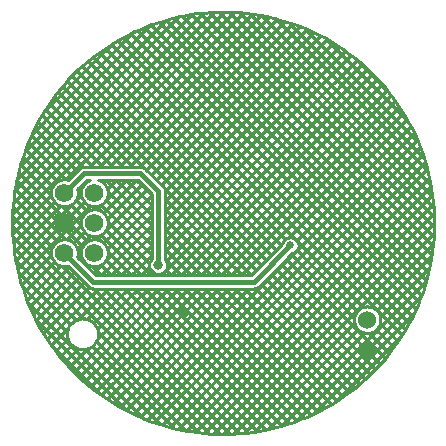
<source format=gbl>
G04 Layer: BottomLayer*
G04 EasyEDA v6.5.22, 2023-04-02 13:19:52*
G04 e11523a40a7546c49719b0b35a8351d0,15f4cc3622644fce95c1d8fbedb56722,10*
G04 Gerber Generator version 0.2*
G04 Scale: 100 percent, Rotated: No, Reflected: No *
G04 Dimensions in millimeters *
G04 leading zeros omitted , absolute positions ,4 integer and 5 decimal *
%FSLAX45Y45*%
%MOMM*%

%ADD10C,0.4000*%
%ADD11C,0.2499*%
%ADD12C,1.5240*%
%ADD13C,1.5748*%
%ADD14R,1.5748X1.5748*%
%ADD15C,0.6500*%
%ADD16C,0.8000*%
%ADD17C,0.0152*%

%LPD*%
D10*
X570001Y-189992D02*
G01*
X259991Y-500001D01*
X-1097991Y-500001D01*
X-1343992Y-254000D01*
X-549986Y-359994D02*
G01*
X-549986Y269984D01*
X-700001Y419999D01*
X-1177993Y419999D01*
X-1343992Y254000D01*
D11*
X-1226129Y-1299621D02*
G01*
X-1268649Y-1258149D01*
X-1268649Y-1258149D02*
G01*
X-1309767Y-1215286D01*
X-1309767Y-1215286D02*
G01*
X-1349437Y-1171080D01*
X-1349437Y-1171080D02*
G01*
X-1387616Y-1125580D01*
X-1387616Y-1125580D02*
G01*
X-1424262Y-1078836D01*
X-1424262Y-1078836D02*
G01*
X-1459333Y-1030900D01*
X-1459333Y-1030900D02*
G01*
X-1492792Y-981825D01*
X-1492792Y-981825D02*
G01*
X-1524601Y-931664D01*
X-1524601Y-931664D02*
G01*
X-1554726Y-880474D01*
X-1554726Y-880474D02*
G01*
X-1583132Y-828312D01*
X-1583132Y-828312D02*
G01*
X-1609789Y-775233D01*
X-1609789Y-775233D02*
G01*
X-1634667Y-721299D01*
X-1634667Y-721299D02*
G01*
X-1657739Y-666566D01*
X-1657739Y-666566D02*
G01*
X-1678978Y-611098D01*
X-1678978Y-611098D02*
G01*
X-1698362Y-554954D01*
X-1698362Y-554954D02*
G01*
X-1715870Y-498197D01*
X-1715870Y-498197D02*
G01*
X-1731481Y-440889D01*
X-1731481Y-440889D02*
G01*
X-1745178Y-383094D01*
X-1745178Y-383094D02*
G01*
X-1756947Y-324875D01*
X-1756947Y-324875D02*
G01*
X-1766775Y-266298D01*
X-1766775Y-266298D02*
G01*
X-1774650Y-207426D01*
X-1774650Y-207426D02*
G01*
X-1780564Y-148326D01*
X-1780564Y-148326D02*
G01*
X-1784510Y-89061D01*
X-1784510Y-89061D02*
G01*
X-1786484Y-29697D01*
X-1786484Y-29697D02*
G01*
X-1786484Y29697D01*
X-1786484Y29697D02*
G01*
X-1784510Y89061D01*
X-1784510Y89061D02*
G01*
X-1780564Y148326D01*
X-1780564Y148326D02*
G01*
X-1774650Y207426D01*
X-1774650Y207426D02*
G01*
X-1766775Y266298D01*
X-1766775Y266298D02*
G01*
X-1756947Y324875D01*
X-1756947Y324875D02*
G01*
X-1745178Y383094D01*
X-1745178Y383094D02*
G01*
X-1731481Y440889D01*
X-1731481Y440889D02*
G01*
X-1715870Y498197D01*
X-1715870Y498197D02*
G01*
X-1698362Y554954D01*
X-1698362Y554954D02*
G01*
X-1678978Y611098D01*
X-1678978Y611098D02*
G01*
X-1657739Y666566D01*
X-1657739Y666566D02*
G01*
X-1634667Y721299D01*
X-1634667Y721299D02*
G01*
X-1609789Y775233D01*
X-1609789Y775233D02*
G01*
X-1583132Y828312D01*
X-1583132Y828312D02*
G01*
X-1554726Y880474D01*
X-1554726Y880474D02*
G01*
X-1524601Y931664D01*
X-1524601Y931664D02*
G01*
X-1492792Y981825D01*
X-1492792Y981825D02*
G01*
X-1459333Y1030900D01*
X-1459333Y1030900D02*
G01*
X-1424262Y1078836D01*
X-1424262Y1078836D02*
G01*
X-1387616Y1125580D01*
X-1387616Y1125580D02*
G01*
X-1349437Y1171080D01*
X-1349437Y1171080D02*
G01*
X-1309767Y1215286D01*
X-1309767Y1215286D02*
G01*
X-1268649Y1258149D01*
X-1268649Y1258149D02*
G01*
X-1226129Y1299621D01*
X-1226129Y1299621D02*
G01*
X-1182255Y1339657D01*
X-1182255Y1339657D02*
G01*
X-1137073Y1378213D01*
X-1137073Y1378213D02*
G01*
X-1090636Y1415246D01*
X-1090636Y1415246D02*
G01*
X-1042993Y1450715D01*
X-1042993Y1450715D02*
G01*
X-994197Y1484581D01*
X-994197Y1484581D02*
G01*
X-944303Y1516806D01*
X-944303Y1516806D02*
G01*
X-893366Y1547355D01*
X-893366Y1547355D02*
G01*
X-841440Y1576193D01*
X-841440Y1576193D02*
G01*
X-788586Y1603291D01*
X-788586Y1603291D02*
G01*
X-734859Y1628616D01*
X-734859Y1628616D02*
G01*
X-680321Y1652141D01*
X-680321Y1652141D02*
G01*
X-625031Y1673841D01*
X-625031Y1673841D02*
G01*
X-569050Y1693691D01*
X-569050Y1693691D02*
G01*
X-512440Y1711670D01*
X-512440Y1711670D02*
G01*
X-455264Y1727757D01*
X-455264Y1727757D02*
G01*
X-397585Y1741934D01*
X-397585Y1741934D02*
G01*
X-339466Y1754187D01*
X-339466Y1754187D02*
G01*
X-280973Y1764501D01*
X-280973Y1764501D02*
G01*
X-222168Y1772865D01*
X-222168Y1772865D02*
G01*
X-163119Y1779270D01*
X-163119Y1779270D02*
G01*
X-103889Y1783708D01*
X-103889Y1783708D02*
G01*
X-44544Y1786176D01*
X-44544Y1786176D02*
G01*
X14849Y1786670D01*
X14849Y1786670D02*
G01*
X74227Y1785189D01*
X74227Y1785189D02*
G01*
X133522Y1781735D01*
X133522Y1781735D02*
G01*
X192670Y1776313D01*
X192670Y1776313D02*
G01*
X251605Y1768927D01*
X251605Y1768927D02*
G01*
X310262Y1759587D01*
X310262Y1759587D02*
G01*
X368576Y1748302D01*
X368576Y1748302D02*
G01*
X426483Y1735085D01*
X426483Y1735085D02*
G01*
X483919Y1719951D01*
X483919Y1719951D02*
G01*
X540820Y1702916D01*
X540820Y1702916D02*
G01*
X597123Y1683999D01*
X597123Y1683999D02*
G01*
X652766Y1663221D01*
X652766Y1663221D02*
G01*
X707688Y1640605D01*
X707688Y1640605D02*
G01*
X761828Y1616177D01*
X761828Y1616177D02*
G01*
X815126Y1589962D01*
X815126Y1589962D02*
G01*
X867523Y1561990D01*
X867523Y1561990D02*
G01*
X918961Y1532292D01*
X918961Y1532292D02*
G01*
X969384Y1500900D01*
X969384Y1500900D02*
G01*
X1018736Y1467851D01*
X1018736Y1467851D02*
G01*
X1066962Y1433178D01*
X1066962Y1433178D02*
G01*
X1114008Y1396923D01*
X1114008Y1396923D02*
G01*
X1159824Y1359123D01*
X1159824Y1359123D02*
G01*
X1204358Y1319822D01*
X1204358Y1319822D02*
G01*
X1247561Y1279061D01*
X1247561Y1279061D02*
G01*
X1289386Y1236888D01*
X1289386Y1236888D02*
G01*
X1329786Y1193348D01*
X1329786Y1193348D02*
G01*
X1368716Y1148488D01*
X1368716Y1148488D02*
G01*
X1406133Y1102360D01*
X1406133Y1102360D02*
G01*
X1441997Y1055014D01*
X1441997Y1055014D02*
G01*
X1476267Y1006501D01*
X1476267Y1006501D02*
G01*
X1508905Y956877D01*
X1508905Y956877D02*
G01*
X1539877Y906195D01*
X1539877Y906195D02*
G01*
X1569146Y854511D01*
X1569146Y854511D02*
G01*
X1596681Y801883D01*
X1596681Y801883D02*
G01*
X1622452Y748369D01*
X1622452Y748369D02*
G01*
X1646430Y694028D01*
X1646430Y694028D02*
G01*
X1668589Y638920D01*
X1668589Y638920D02*
G01*
X1688904Y583106D01*
X1688904Y583106D02*
G01*
X1707352Y526648D01*
X1707352Y526648D02*
G01*
X1723913Y469608D01*
X1723913Y469608D02*
G01*
X1738570Y412048D01*
X1738570Y412048D02*
G01*
X1751305Y354034D01*
X1751305Y354034D02*
G01*
X1762105Y295628D01*
X1762105Y295628D02*
G01*
X1770957Y236895D01*
X1770957Y236895D02*
G01*
X1777853Y177901D01*
X1777853Y177901D02*
G01*
X1782783Y118709D01*
X1782783Y118709D02*
G01*
X1785744Y59387D01*
X1785744Y59387D02*
G01*
X1786731Y0D01*
X1786731Y0D02*
G01*
X1785744Y-59387D01*
X1785744Y-59387D02*
G01*
X1782783Y-118709D01*
X1782783Y-118709D02*
G01*
X1777853Y-177901D01*
X1777853Y-177901D02*
G01*
X1770957Y-236895D01*
X1770957Y-236895D02*
G01*
X1762105Y-295628D01*
X1762105Y-295628D02*
G01*
X1751305Y-354034D01*
X1751305Y-354034D02*
G01*
X1738570Y-412048D01*
X1738570Y-412048D02*
G01*
X1723913Y-469608D01*
X1723913Y-469608D02*
G01*
X1707352Y-526648D01*
X1707352Y-526648D02*
G01*
X1688904Y-583106D01*
X1688904Y-583106D02*
G01*
X1668589Y-638920D01*
X1668589Y-638920D02*
G01*
X1646430Y-694028D01*
X1646430Y-694028D02*
G01*
X1622452Y-748369D01*
X1622452Y-748369D02*
G01*
X1596681Y-801883D01*
X1596681Y-801883D02*
G01*
X1569146Y-854511D01*
X1569146Y-854511D02*
G01*
X1539877Y-906195D01*
X1539877Y-906195D02*
G01*
X1508905Y-956877D01*
X1508905Y-956877D02*
G01*
X1476267Y-1006501D01*
X1476267Y-1006501D02*
G01*
X1441997Y-1055014D01*
X1441997Y-1055014D02*
G01*
X1406133Y-1102360D01*
X1406133Y-1102360D02*
G01*
X1368716Y-1148488D01*
X1368716Y-1148488D02*
G01*
X1329786Y-1193348D01*
X1329786Y-1193348D02*
G01*
X1289386Y-1236888D01*
X1289386Y-1236888D02*
G01*
X1247561Y-1279061D01*
X1247561Y-1279061D02*
G01*
X1204358Y-1319822D01*
X1204358Y-1319822D02*
G01*
X1159824Y-1359123D01*
X1159824Y-1359123D02*
G01*
X1114008Y-1396923D01*
X1114008Y-1396923D02*
G01*
X1066962Y-1433178D01*
X1066962Y-1433178D02*
G01*
X1018736Y-1467851D01*
X1018736Y-1467851D02*
G01*
X969384Y-1500900D01*
X969384Y-1500900D02*
G01*
X918961Y-1532292D01*
X918961Y-1532292D02*
G01*
X867523Y-1561990D01*
X867523Y-1561990D02*
G01*
X815126Y-1589962D01*
X815126Y-1589962D02*
G01*
X761828Y-1616177D01*
X761828Y-1616177D02*
G01*
X707688Y-1640605D01*
X707688Y-1640605D02*
G01*
X652766Y-1663221D01*
X652766Y-1663221D02*
G01*
X597123Y-1683999D01*
X597123Y-1683999D02*
G01*
X540820Y-1702916D01*
X540820Y-1702916D02*
G01*
X483919Y-1719951D01*
X483919Y-1719951D02*
G01*
X426483Y-1735085D01*
X426483Y-1735085D02*
G01*
X368576Y-1748302D01*
X368576Y-1748302D02*
G01*
X310262Y-1759587D01*
X310262Y-1759587D02*
G01*
X251605Y-1768927D01*
X251605Y-1768927D02*
G01*
X192670Y-1776313D01*
X192670Y-1776313D02*
G01*
X133522Y-1781735D01*
X133522Y-1781735D02*
G01*
X74227Y-1785189D01*
X74227Y-1785189D02*
G01*
X14849Y-1786670D01*
X14849Y-1786670D02*
G01*
X-44544Y-1786176D01*
X-44544Y-1786176D02*
G01*
X-103889Y-1783708D01*
X-103889Y-1783708D02*
G01*
X-163119Y-1779270D01*
X-163119Y-1779270D02*
G01*
X-222168Y-1772865D01*
X-222168Y-1772865D02*
G01*
X-280973Y-1764501D01*
X-280973Y-1764501D02*
G01*
X-339466Y-1754187D01*
X-339466Y-1754187D02*
G01*
X-397585Y-1741934D01*
X-397585Y-1741934D02*
G01*
X-455264Y-1727757D01*
X-455264Y-1727757D02*
G01*
X-512440Y-1711670D01*
X-512440Y-1711670D02*
G01*
X-569050Y-1693691D01*
X-569050Y-1693691D02*
G01*
X-625031Y-1673841D01*
X-625031Y-1673841D02*
G01*
X-680321Y-1652141D01*
X-680321Y-1652141D02*
G01*
X-734859Y-1628616D01*
X-734859Y-1628616D02*
G01*
X-788586Y-1603291D01*
X-788586Y-1603291D02*
G01*
X-841440Y-1576193D01*
X-841440Y-1576193D02*
G01*
X-893366Y-1547355D01*
X-893366Y-1547355D02*
G01*
X-944303Y-1516806D01*
X-944303Y-1516806D02*
G01*
X-994197Y-1484581D01*
X-994197Y-1484581D02*
G01*
X-1042993Y-1450715D01*
X-1042993Y-1450715D02*
G01*
X-1090636Y-1415246D01*
X-1090636Y-1415246D02*
G01*
X-1137073Y-1378213D01*
X-1137073Y-1378213D02*
G01*
X-1182255Y-1339657D01*
X-1182255Y-1339657D02*
G01*
X-1226129Y-1299621D01*
X-1435242Y-324014D02*
G01*
X-1425323Y-335325D01*
X-1425323Y-335325D02*
G01*
X-1414012Y-345244D01*
X-1414012Y-345244D02*
G01*
X-1401503Y-353602D01*
X-1401503Y-353602D02*
G01*
X-1388010Y-360256D01*
X-1388010Y-360256D02*
G01*
X-1373764Y-365092D01*
X-1373764Y-365092D02*
G01*
X-1359009Y-368027D01*
X-1359009Y-368027D02*
G01*
X-1343997Y-369011D01*
X-1343997Y-369011D02*
G01*
X-1328985Y-368027D01*
X-1328985Y-368027D02*
G01*
X-1314230Y-365092D01*
X-1314230Y-365092D02*
G01*
X-1312923Y-364648D01*
X-1312923Y-364648D02*
G01*
X-1137780Y-539791D01*
X-1137780Y-539791D02*
G01*
X-1135900Y-541586D01*
X-1135900Y-541586D02*
G01*
X-1127614Y-547844D01*
X-1127614Y-547844D02*
G01*
X-1118318Y-552472D01*
X-1118318Y-552472D02*
G01*
X-1108331Y-555314D01*
X-1108331Y-555314D02*
G01*
X-1097991Y-556272D01*
X-1097991Y-556272D02*
G01*
X259991Y-556272D01*
X259991Y-556272D02*
G01*
X262590Y-556212D01*
X262590Y-556212D02*
G01*
X272875Y-554777D01*
X272875Y-554777D02*
G01*
X282721Y-551477D01*
X282721Y-551477D02*
G01*
X291792Y-546425D01*
X291792Y-546425D02*
G01*
X299781Y-539791D01*
X299781Y-539791D02*
G01*
X582134Y-257437D01*
X582134Y-257437D02*
G01*
X588738Y-256160D01*
X588738Y-256160D02*
G01*
X599651Y-252042D01*
X599651Y-252042D02*
G01*
X609711Y-246138D01*
X609711Y-246138D02*
G01*
X618629Y-238620D01*
X618629Y-238620D02*
G01*
X626148Y-229702D01*
X626148Y-229702D02*
G01*
X632051Y-219642D01*
X632051Y-219642D02*
G01*
X636170Y-208729D01*
X636170Y-208729D02*
G01*
X638384Y-197277D01*
X638384Y-197277D02*
G01*
X638632Y-185615D01*
X638632Y-185615D02*
G01*
X636905Y-174079D01*
X636905Y-174079D02*
G01*
X633254Y-163001D01*
X633254Y-163001D02*
G01*
X627782Y-152700D01*
X627782Y-152700D02*
G01*
X620649Y-143471D01*
X620649Y-143471D02*
G01*
X612058Y-135581D01*
X612058Y-135581D02*
G01*
X602258Y-129256D01*
X602258Y-129256D02*
G01*
X591530Y-124678D01*
X591530Y-124678D02*
G01*
X580182Y-121979D01*
X580182Y-121979D02*
G01*
X568541Y-121236D01*
X568541Y-121236D02*
G01*
X556943Y-122472D01*
X556943Y-122472D02*
G01*
X545720Y-125650D01*
X545720Y-125650D02*
G01*
X535195Y-130679D01*
X535195Y-130679D02*
G01*
X525672Y-137415D01*
X525672Y-137415D02*
G01*
X517424Y-145663D01*
X517424Y-145663D02*
G01*
X510689Y-155186D01*
X510689Y-155186D02*
G01*
X505660Y-165710D01*
X505660Y-165710D02*
G01*
X502482Y-176933D01*
X502482Y-176933D02*
G01*
X502362Y-178050D01*
X502362Y-178050D02*
G01*
X236683Y-443730D01*
X236683Y-443730D02*
G01*
X-1074682Y-443730D01*
X-1074682Y-443730D02*
G01*
X-1233346Y-285066D01*
X-1233346Y-285066D02*
G01*
X-1232905Y-283767D01*
X-1232905Y-283767D02*
G01*
X-1229970Y-269011D01*
X-1229970Y-269011D02*
G01*
X-1228986Y-254000D01*
X-1228986Y-254000D02*
G01*
X-1229970Y-238988D01*
X-1229970Y-238988D02*
G01*
X-1232905Y-224232D01*
X-1232905Y-224232D02*
G01*
X-1237741Y-209987D01*
X-1237741Y-209987D02*
G01*
X-1244395Y-196494D01*
X-1244395Y-196494D02*
G01*
X-1252753Y-183985D01*
X-1252753Y-183985D02*
G01*
X-1262672Y-172674D01*
X-1262672Y-172674D02*
G01*
X-1273983Y-162755D01*
X-1273983Y-162755D02*
G01*
X-1286492Y-154397D01*
X-1286492Y-154397D02*
G01*
X-1299984Y-147743D01*
X-1299984Y-147743D02*
G01*
X-1314230Y-142907D01*
X-1314230Y-142907D02*
G01*
X-1328985Y-139972D01*
X-1328985Y-139972D02*
G01*
X-1343997Y-138988D01*
X-1343997Y-138988D02*
G01*
X-1359009Y-139972D01*
X-1359009Y-139972D02*
G01*
X-1373764Y-142907D01*
X-1373764Y-142907D02*
G01*
X-1388010Y-147743D01*
X-1388010Y-147743D02*
G01*
X-1401503Y-154397D01*
X-1401503Y-154397D02*
G01*
X-1414012Y-162755D01*
X-1414012Y-162755D02*
G01*
X-1425323Y-172674D01*
X-1425323Y-172674D02*
G01*
X-1435242Y-183985D01*
X-1435242Y-183985D02*
G01*
X-1443600Y-196494D01*
X-1443600Y-196494D02*
G01*
X-1450254Y-209987D01*
X-1450254Y-209987D02*
G01*
X-1455090Y-224232D01*
X-1455090Y-224232D02*
G01*
X-1458025Y-238988D01*
X-1458025Y-238988D02*
G01*
X-1459009Y-254000D01*
X-1459009Y-254000D02*
G01*
X-1458025Y-269011D01*
X-1458025Y-269011D02*
G01*
X-1455090Y-283767D01*
X-1455090Y-283767D02*
G01*
X-1450254Y-298012D01*
X-1450254Y-298012D02*
G01*
X-1443600Y-311505D01*
X-1443600Y-311505D02*
G01*
X-1435242Y-324014D01*
X-1435242Y183985D02*
G01*
X-1425323Y172674D01*
X-1425323Y172674D02*
G01*
X-1414012Y162755D01*
X-1414012Y162755D02*
G01*
X-1401503Y154397D01*
X-1401503Y154397D02*
G01*
X-1388010Y147743D01*
X-1388010Y147743D02*
G01*
X-1373764Y142907D01*
X-1373764Y142907D02*
G01*
X-1359009Y139972D01*
X-1359009Y139972D02*
G01*
X-1343997Y138988D01*
X-1343997Y138988D02*
G01*
X-1328985Y139972D01*
X-1328985Y139972D02*
G01*
X-1314230Y142907D01*
X-1314230Y142907D02*
G01*
X-1299984Y147743D01*
X-1299984Y147743D02*
G01*
X-1286492Y154397D01*
X-1286492Y154397D02*
G01*
X-1273983Y162755D01*
X-1273983Y162755D02*
G01*
X-1262672Y172674D01*
X-1262672Y172674D02*
G01*
X-1252753Y183985D01*
X-1252753Y183985D02*
G01*
X-1244395Y196494D01*
X-1244395Y196494D02*
G01*
X-1237741Y209987D01*
X-1237741Y209987D02*
G01*
X-1232905Y224232D01*
X-1232905Y224232D02*
G01*
X-1229970Y238988D01*
X-1229970Y238988D02*
G01*
X-1228986Y254000D01*
X-1228986Y254000D02*
G01*
X-1229970Y269011D01*
X-1229970Y269011D02*
G01*
X-1232905Y283767D01*
X-1232905Y283767D02*
G01*
X-1233346Y285066D01*
X-1233346Y285066D02*
G01*
X-1154685Y363728D01*
X-1154685Y363728D02*
G01*
X-1123783Y363728D01*
X-1123783Y363728D02*
G01*
X-1134010Y360256D01*
X-1134010Y360256D02*
G01*
X-1147503Y353602D01*
X-1147503Y353602D02*
G01*
X-1160012Y345244D01*
X-1160012Y345244D02*
G01*
X-1171323Y335325D01*
X-1171323Y335325D02*
G01*
X-1181242Y324014D01*
X-1181242Y324014D02*
G01*
X-1189600Y311505D01*
X-1189600Y311505D02*
G01*
X-1196254Y298012D01*
X-1196254Y298012D02*
G01*
X-1201090Y283767D01*
X-1201090Y283767D02*
G01*
X-1204025Y269011D01*
X-1204025Y269011D02*
G01*
X-1205009Y254000D01*
X-1205009Y254000D02*
G01*
X-1204025Y238988D01*
X-1204025Y238988D02*
G01*
X-1201090Y224232D01*
X-1201090Y224232D02*
G01*
X-1196254Y209987D01*
X-1196254Y209987D02*
G01*
X-1189600Y196494D01*
X-1189600Y196494D02*
G01*
X-1181242Y183985D01*
X-1181242Y183985D02*
G01*
X-1171323Y172674D01*
X-1171323Y172674D02*
G01*
X-1160012Y162755D01*
X-1160012Y162755D02*
G01*
X-1147503Y154397D01*
X-1147503Y154397D02*
G01*
X-1134010Y147743D01*
X-1134010Y147743D02*
G01*
X-1119764Y142907D01*
X-1119764Y142907D02*
G01*
X-1105009Y139972D01*
X-1105009Y139972D02*
G01*
X-1089997Y138988D01*
X-1089997Y138988D02*
G01*
X-1074985Y139972D01*
X-1074985Y139972D02*
G01*
X-1060230Y142907D01*
X-1060230Y142907D02*
G01*
X-1045984Y147743D01*
X-1045984Y147743D02*
G01*
X-1032492Y154397D01*
X-1032492Y154397D02*
G01*
X-1019983Y162755D01*
X-1019983Y162755D02*
G01*
X-1008672Y172674D01*
X-1008672Y172674D02*
G01*
X-998753Y183985D01*
X-998753Y183985D02*
G01*
X-990395Y196494D01*
X-990395Y196494D02*
G01*
X-983741Y209987D01*
X-983741Y209987D02*
G01*
X-978905Y224232D01*
X-978905Y224232D02*
G01*
X-975970Y238988D01*
X-975970Y238988D02*
G01*
X-974986Y254000D01*
X-974986Y254000D02*
G01*
X-975970Y269011D01*
X-975970Y269011D02*
G01*
X-978905Y283767D01*
X-978905Y283767D02*
G01*
X-983741Y298012D01*
X-983741Y298012D02*
G01*
X-990395Y311505D01*
X-990395Y311505D02*
G01*
X-998753Y324014D01*
X-998753Y324014D02*
G01*
X-1008672Y335325D01*
X-1008672Y335325D02*
G01*
X-1019983Y345244D01*
X-1019983Y345244D02*
G01*
X-1032492Y353602D01*
X-1032492Y353602D02*
G01*
X-1045984Y360256D01*
X-1045984Y360256D02*
G01*
X-1056211Y363728D01*
X-1056211Y363728D02*
G01*
X-723309Y363728D01*
X-723309Y363728D02*
G01*
X-606257Y246675D01*
X-606257Y246675D02*
G01*
X-606257Y-308751D01*
X-606257Y-308751D02*
G01*
X-608082Y-310576D01*
X-608082Y-310576D02*
G01*
X-615257Y-320536D01*
X-615257Y-320536D02*
G01*
X-620741Y-331517D01*
X-620741Y-331517D02*
G01*
X-624393Y-343236D01*
X-624393Y-343236D02*
G01*
X-626118Y-355389D01*
X-626118Y-355389D02*
G01*
X-625870Y-367661D01*
X-625870Y-367661D02*
G01*
X-623658Y-379734D01*
X-623658Y-379734D02*
G01*
X-619537Y-391296D01*
X-619537Y-391296D02*
G01*
X-613615Y-402048D01*
X-613615Y-402048D02*
G01*
X-606045Y-411710D01*
X-606045Y-411710D02*
G01*
X-597023Y-420033D01*
X-597023Y-420033D02*
G01*
X-586783Y-426801D01*
X-586783Y-426801D02*
G01*
X-575590Y-431839D01*
X-575590Y-431839D02*
G01*
X-563734Y-435015D01*
X-563734Y-435015D02*
G01*
X-551522Y-436249D01*
X-551522Y-436249D02*
G01*
X-539269Y-435508D01*
X-539269Y-435508D02*
G01*
X-527295Y-432811D01*
X-527295Y-432811D02*
G01*
X-515908Y-428229D01*
X-515908Y-428229D02*
G01*
X-505404Y-421879D01*
X-505404Y-421879D02*
G01*
X-496054Y-413926D01*
X-496054Y-413926D02*
G01*
X-488101Y-404576D01*
X-488101Y-404576D02*
G01*
X-481751Y-394072D01*
X-481751Y-394072D02*
G01*
X-477168Y-382685D01*
X-477168Y-382685D02*
G01*
X-474471Y-370710D01*
X-474471Y-370710D02*
G01*
X-473730Y-358458D01*
X-473730Y-358458D02*
G01*
X-474964Y-346245D01*
X-474964Y-346245D02*
G01*
X-478141Y-334389D01*
X-478141Y-334389D02*
G01*
X-483178Y-323196D01*
X-483178Y-323196D02*
G01*
X-489946Y-312956D01*
X-489946Y-312956D02*
G01*
X-493715Y-308871D01*
X-493715Y-308871D02*
G01*
X-493715Y269984D01*
X-493715Y269984D02*
G01*
X-493774Y272582D01*
X-493774Y272582D02*
G01*
X-495209Y282867D01*
X-495209Y282867D02*
G01*
X-498509Y292713D01*
X-498509Y292713D02*
G01*
X-503562Y301785D01*
X-503562Y301785D02*
G01*
X-510196Y309773D01*
X-510196Y309773D02*
G01*
X-660211Y459788D01*
X-660211Y459788D02*
G01*
X-662091Y461584D01*
X-662091Y461584D02*
G01*
X-670378Y467841D01*
X-670378Y467841D02*
G01*
X-679673Y472470D01*
X-679673Y472470D02*
G01*
X-689661Y475312D01*
X-689661Y475312D02*
G01*
X-700001Y476270D01*
X-700001Y476270D02*
G01*
X-1177993Y476270D01*
X-1177993Y476270D02*
G01*
X-1180592Y476210D01*
X-1180592Y476210D02*
G01*
X-1190876Y474775D01*
X-1190876Y474775D02*
G01*
X-1200722Y471475D01*
X-1200722Y471475D02*
G01*
X-1209794Y466422D01*
X-1209794Y466422D02*
G01*
X-1217783Y459788D01*
X-1217783Y459788D02*
G01*
X-1312923Y364648D01*
X-1312923Y364648D02*
G01*
X-1314230Y365092D01*
X-1314230Y365092D02*
G01*
X-1328985Y368027D01*
X-1328985Y368027D02*
G01*
X-1343997Y369011D01*
X-1343997Y369011D02*
G01*
X-1359009Y368027D01*
X-1359009Y368027D02*
G01*
X-1373764Y365092D01*
X-1373764Y365092D02*
G01*
X-1388010Y360256D01*
X-1388010Y360256D02*
G01*
X-1401503Y353602D01*
X-1401503Y353602D02*
G01*
X-1414012Y345244D01*
X-1414012Y345244D02*
G01*
X-1425323Y335325D01*
X-1425323Y335325D02*
G01*
X-1435242Y324014D01*
X-1435242Y324014D02*
G01*
X-1443600Y311505D01*
X-1443600Y311505D02*
G01*
X-1450254Y298012D01*
X-1450254Y298012D02*
G01*
X-1455090Y283767D01*
X-1455090Y283767D02*
G01*
X-1458025Y269011D01*
X-1458025Y269011D02*
G01*
X-1459009Y254000D01*
X-1459009Y254000D02*
G01*
X-1458025Y238988D01*
X-1458025Y238988D02*
G01*
X-1455090Y224232D01*
X-1455090Y224232D02*
G01*
X-1450254Y209987D01*
X-1450254Y209987D02*
G01*
X-1443600Y196494D01*
X-1443600Y196494D02*
G01*
X-1435242Y183985D01*
X-1281373Y-1034245D02*
G01*
X-1269099Y-1044760D01*
X-1269099Y-1044760D02*
G01*
X-1255626Y-1053688D01*
X-1255626Y-1053688D02*
G01*
X-1241158Y-1060892D01*
X-1241158Y-1060892D02*
G01*
X-1225914Y-1066264D01*
X-1225914Y-1066264D02*
G01*
X-1210126Y-1069722D01*
X-1210126Y-1069722D02*
G01*
X-1194032Y-1071213D01*
X-1194032Y-1071213D02*
G01*
X-1177877Y-1070715D01*
X-1177877Y-1070715D02*
G01*
X-1161906Y-1068236D01*
X-1161906Y-1068236D02*
G01*
X-1146360Y-1063813D01*
X-1146360Y-1063813D02*
G01*
X-1131477Y-1057513D01*
X-1131477Y-1057513D02*
G01*
X-1117479Y-1049431D01*
X-1117479Y-1049431D02*
G01*
X-1104581Y-1039692D01*
X-1104581Y-1039692D02*
G01*
X-1092978Y-1028440D01*
X-1092978Y-1028440D02*
G01*
X-1082845Y-1015848D01*
X-1082845Y-1015848D02*
G01*
X-1074337Y-1002107D01*
X-1074337Y-1002107D02*
G01*
X-1067582Y-987424D01*
X-1067582Y-987424D02*
G01*
X-1062682Y-972022D01*
X-1062682Y-972022D02*
G01*
X-1059712Y-956134D01*
X-1059712Y-956134D02*
G01*
X-1058717Y-940003D01*
X-1058717Y-940003D02*
G01*
X-1059712Y-923871D01*
X-1059712Y-923871D02*
G01*
X-1062682Y-907984D01*
X-1062682Y-907984D02*
G01*
X-1067582Y-892582D01*
X-1067582Y-892582D02*
G01*
X-1074337Y-877899D01*
X-1074337Y-877899D02*
G01*
X-1082845Y-864157D01*
X-1082845Y-864157D02*
G01*
X-1092978Y-851565D01*
X-1092978Y-851565D02*
G01*
X-1104581Y-840314D01*
X-1104581Y-840314D02*
G01*
X-1117479Y-830574D01*
X-1117479Y-830574D02*
G01*
X-1131477Y-822493D01*
X-1131477Y-822493D02*
G01*
X-1146360Y-816193D01*
X-1146360Y-816193D02*
G01*
X-1161906Y-811770D01*
X-1161906Y-811770D02*
G01*
X-1177877Y-809290D01*
X-1177877Y-809290D02*
G01*
X-1194032Y-808793D01*
X-1194032Y-808793D02*
G01*
X-1210126Y-810284D01*
X-1210126Y-810284D02*
G01*
X-1225914Y-813742D01*
X-1225914Y-813742D02*
G01*
X-1241158Y-819113D01*
X-1241158Y-819113D02*
G01*
X-1255626Y-826318D01*
X-1255626Y-826318D02*
G01*
X-1269099Y-835245D01*
X-1269099Y-835245D02*
G01*
X-1281373Y-845761D01*
X-1281373Y-845761D02*
G01*
X-1292261Y-857705D01*
X-1292261Y-857705D02*
G01*
X-1301599Y-870897D01*
X-1301599Y-870897D02*
G01*
X-1309246Y-885136D01*
X-1309246Y-885136D02*
G01*
X-1315084Y-900207D01*
X-1315084Y-900207D02*
G01*
X-1319027Y-915882D01*
X-1319027Y-915882D02*
G01*
X-1321013Y-931921D01*
X-1321013Y-931921D02*
G01*
X-1321013Y-948084D01*
X-1321013Y-948084D02*
G01*
X-1319027Y-964124D01*
X-1319027Y-964124D02*
G01*
X-1315084Y-979798D01*
X-1315084Y-979798D02*
G01*
X-1309246Y-994869D01*
X-1309246Y-994869D02*
G01*
X-1301599Y-1009109D01*
X-1301599Y-1009109D02*
G01*
X-1292261Y-1022300D01*
X-1292261Y-1022300D02*
G01*
X-1281373Y-1034245D01*
X-1171323Y-335320D02*
G01*
X-1160012Y-345239D01*
X-1160012Y-345239D02*
G01*
X-1147503Y-353597D01*
X-1147503Y-353597D02*
G01*
X-1134010Y-360251D01*
X-1134010Y-360251D02*
G01*
X-1119764Y-365087D01*
X-1119764Y-365087D02*
G01*
X-1105009Y-368022D01*
X-1105009Y-368022D02*
G01*
X-1089997Y-369006D01*
X-1089997Y-369006D02*
G01*
X-1074985Y-368022D01*
X-1074985Y-368022D02*
G01*
X-1060230Y-365087D01*
X-1060230Y-365087D02*
G01*
X-1045984Y-360251D01*
X-1045984Y-360251D02*
G01*
X-1032492Y-353597D01*
X-1032492Y-353597D02*
G01*
X-1019983Y-345239D01*
X-1019983Y-345239D02*
G01*
X-1008672Y-335320D01*
X-1008672Y-335320D02*
G01*
X-998753Y-324009D01*
X-998753Y-324009D02*
G01*
X-990395Y-311500D01*
X-990395Y-311500D02*
G01*
X-983741Y-298007D01*
X-983741Y-298007D02*
G01*
X-978905Y-283761D01*
X-978905Y-283761D02*
G01*
X-975970Y-269006D01*
X-975970Y-269006D02*
G01*
X-974986Y-253994D01*
X-974986Y-253994D02*
G01*
X-975970Y-238983D01*
X-975970Y-238983D02*
G01*
X-978905Y-224227D01*
X-978905Y-224227D02*
G01*
X-983741Y-209982D01*
X-983741Y-209982D02*
G01*
X-990395Y-196489D01*
X-990395Y-196489D02*
G01*
X-998753Y-183980D01*
X-998753Y-183980D02*
G01*
X-1008672Y-172669D01*
X-1008672Y-172669D02*
G01*
X-1019983Y-162750D01*
X-1019983Y-162750D02*
G01*
X-1032492Y-154392D01*
X-1032492Y-154392D02*
G01*
X-1045984Y-147738D01*
X-1045984Y-147738D02*
G01*
X-1060230Y-142902D01*
X-1060230Y-142902D02*
G01*
X-1074985Y-139967D01*
X-1074985Y-139967D02*
G01*
X-1089997Y-138983D01*
X-1089997Y-138983D02*
G01*
X-1105009Y-139967D01*
X-1105009Y-139967D02*
G01*
X-1119764Y-142902D01*
X-1119764Y-142902D02*
G01*
X-1134010Y-147738D01*
X-1134010Y-147738D02*
G01*
X-1147503Y-154392D01*
X-1147503Y-154392D02*
G01*
X-1160012Y-162750D01*
X-1160012Y-162750D02*
G01*
X-1171323Y-172669D01*
X-1171323Y-172669D02*
G01*
X-1181242Y-183980D01*
X-1181242Y-183980D02*
G01*
X-1189600Y-196489D01*
X-1189600Y-196489D02*
G01*
X-1196254Y-209982D01*
X-1196254Y-209982D02*
G01*
X-1201090Y-224227D01*
X-1201090Y-224227D02*
G01*
X-1204025Y-238983D01*
X-1204025Y-238983D02*
G01*
X-1205009Y-253994D01*
X-1205009Y-253994D02*
G01*
X-1204025Y-269006D01*
X-1204025Y-269006D02*
G01*
X-1201090Y-283761D01*
X-1201090Y-283761D02*
G01*
X-1196254Y-298007D01*
X-1196254Y-298007D02*
G01*
X-1189600Y-311500D01*
X-1189600Y-311500D02*
G01*
X-1181242Y-324009D01*
X-1181242Y-324009D02*
G01*
X-1171323Y-335320D01*
X-1181242Y-70014D02*
G01*
X-1171323Y-81325D01*
X-1171323Y-81325D02*
G01*
X-1160012Y-91244D01*
X-1160012Y-91244D02*
G01*
X-1147503Y-99602D01*
X-1147503Y-99602D02*
G01*
X-1134010Y-106256D01*
X-1134010Y-106256D02*
G01*
X-1119764Y-111092D01*
X-1119764Y-111092D02*
G01*
X-1105009Y-114027D01*
X-1105009Y-114027D02*
G01*
X-1089997Y-115011D01*
X-1089997Y-115011D02*
G01*
X-1074985Y-114027D01*
X-1074985Y-114027D02*
G01*
X-1060230Y-111092D01*
X-1060230Y-111092D02*
G01*
X-1045984Y-106256D01*
X-1045984Y-106256D02*
G01*
X-1032492Y-99602D01*
X-1032492Y-99602D02*
G01*
X-1019983Y-91244D01*
X-1019983Y-91244D02*
G01*
X-1008672Y-81325D01*
X-1008672Y-81325D02*
G01*
X-998753Y-70014D01*
X-998753Y-70014D02*
G01*
X-990395Y-57505D01*
X-990395Y-57505D02*
G01*
X-983741Y-44012D01*
X-983741Y-44012D02*
G01*
X-978905Y-29767D01*
X-978905Y-29767D02*
G01*
X-975970Y-15011D01*
X-975970Y-15011D02*
G01*
X-974986Y0D01*
X-974986Y0D02*
G01*
X-975970Y15011D01*
X-975970Y15011D02*
G01*
X-978905Y29767D01*
X-978905Y29767D02*
G01*
X-983741Y44012D01*
X-983741Y44012D02*
G01*
X-990395Y57505D01*
X-990395Y57505D02*
G01*
X-998753Y70014D01*
X-998753Y70014D02*
G01*
X-1008672Y81325D01*
X-1008672Y81325D02*
G01*
X-1019983Y91244D01*
X-1019983Y91244D02*
G01*
X-1032492Y99602D01*
X-1032492Y99602D02*
G01*
X-1045984Y106256D01*
X-1045984Y106256D02*
G01*
X-1060230Y111092D01*
X-1060230Y111092D02*
G01*
X-1074985Y114027D01*
X-1074985Y114027D02*
G01*
X-1089997Y115011D01*
X-1089997Y115011D02*
G01*
X-1105009Y114027D01*
X-1105009Y114027D02*
G01*
X-1119764Y111092D01*
X-1119764Y111092D02*
G01*
X-1134010Y106256D01*
X-1134010Y106256D02*
G01*
X-1147503Y99602D01*
X-1147503Y99602D02*
G01*
X-1160012Y91244D01*
X-1160012Y91244D02*
G01*
X-1171323Y81325D01*
X-1171323Y81325D02*
G01*
X-1181242Y70014D01*
X-1181242Y70014D02*
G01*
X-1189600Y57505D01*
X-1189600Y57505D02*
G01*
X-1196254Y44012D01*
X-1196254Y44012D02*
G01*
X-1201090Y29767D01*
X-1201090Y29767D02*
G01*
X-1204025Y15011D01*
X-1204025Y15011D02*
G01*
X-1205009Y0D01*
X-1205009Y0D02*
G01*
X-1204025Y-15011D01*
X-1204025Y-15011D02*
G01*
X-1201090Y-29767D01*
X-1201090Y-29767D02*
G01*
X-1196254Y-44012D01*
X-1196254Y-44012D02*
G01*
X-1189600Y-57505D01*
X-1189600Y-57505D02*
G01*
X-1181242Y-70014D01*
X1134108Y-892612D02*
G01*
X1144553Y-903412D01*
X1144553Y-903412D02*
G01*
X1156344Y-912724D01*
X1156344Y-912724D02*
G01*
X1169271Y-920380D01*
X1169271Y-920380D02*
G01*
X1183104Y-926246D01*
X1183104Y-926246D02*
G01*
X1197594Y-930215D01*
X1197594Y-930215D02*
G01*
X1212485Y-932218D01*
X1212485Y-932218D02*
G01*
X1227509Y-932218D01*
X1227509Y-932218D02*
G01*
X1242400Y-930215D01*
X1242400Y-930215D02*
G01*
X1256890Y-926246D01*
X1256890Y-926246D02*
G01*
X1270723Y-920380D01*
X1270723Y-920380D02*
G01*
X1283650Y-912724D01*
X1283650Y-912724D02*
G01*
X1295441Y-903412D01*
X1295441Y-903412D02*
G01*
X1305886Y-892612D01*
X1305886Y-892612D02*
G01*
X1314798Y-880517D01*
X1314798Y-880517D02*
G01*
X1322019Y-867341D01*
X1322019Y-867341D02*
G01*
X1327418Y-853320D01*
X1327418Y-853320D02*
G01*
X1330902Y-838705D01*
X1330902Y-838705D02*
G01*
X1332406Y-823756D01*
X1332406Y-823756D02*
G01*
X1331903Y-808740D01*
X1331903Y-808740D02*
G01*
X1329405Y-793925D01*
X1329405Y-793925D02*
G01*
X1324953Y-779575D01*
X1324953Y-779575D02*
G01*
X1318629Y-765946D01*
X1318629Y-765946D02*
G01*
X1310544Y-753282D01*
X1310544Y-753282D02*
G01*
X1300844Y-741809D01*
X1300844Y-741809D02*
G01*
X1289701Y-731731D01*
X1289701Y-731731D02*
G01*
X1277314Y-723227D01*
X1277314Y-723227D02*
G01*
X1263905Y-716451D01*
X1263905Y-716451D02*
G01*
X1249712Y-711523D01*
X1249712Y-711523D02*
G01*
X1234988Y-708530D01*
X1234988Y-708530D02*
G01*
X1219997Y-707527D01*
X1219997Y-707527D02*
G01*
X1205006Y-708530D01*
X1205006Y-708530D02*
G01*
X1190283Y-711523D01*
X1190283Y-711523D02*
G01*
X1176090Y-716451D01*
X1176090Y-716451D02*
G01*
X1162680Y-723227D01*
X1162680Y-723227D02*
G01*
X1150293Y-731731D01*
X1150293Y-731731D02*
G01*
X1139150Y-741809D01*
X1139150Y-741809D02*
G01*
X1129450Y-753282D01*
X1129450Y-753282D02*
G01*
X1121366Y-765946D01*
X1121366Y-765946D02*
G01*
X1115041Y-779575D01*
X1115041Y-779575D02*
G01*
X1110590Y-793925D01*
X1110590Y-793925D02*
G01*
X1108091Y-808740D01*
X1108091Y-808740D02*
G01*
X1107589Y-823756D01*
X1107589Y-823756D02*
G01*
X1109093Y-838705D01*
X1109093Y-838705D02*
G01*
X1112576Y-853320D01*
X1112576Y-853320D02*
G01*
X1117975Y-867341D01*
X1117975Y-867341D02*
G01*
X1125196Y-880517D01*
X1125196Y-880517D02*
G01*
X1134108Y-892612D01*
X-1449043Y-1044965D02*
G01*
X-1044166Y-1449841D01*
X-1585434Y-823728D02*
G01*
X-824056Y-1585106D01*
X-1657730Y-666587D02*
G01*
X-666913Y-1657404D01*
X-1704538Y-534933D02*
G01*
X-1319529Y-919942D01*
X-1169982Y-1069489D02*
G01*
X-534950Y-1704521D01*
X-1736992Y-417633D02*
G01*
X-1294192Y-860433D01*
X-1110480Y-1044146D02*
G01*
X-417615Y-1737011D01*
X-1759375Y-310405D02*
G01*
X-1247506Y-822274D01*
X-1072237Y-997543D02*
G01*
X-310483Y-1759297D01*
X-1774209Y-210726D02*
G01*
X-1175234Y-809701D01*
X-1059623Y-925312D02*
G01*
X-210841Y-1774093D01*
X-1782618Y-117471D02*
G01*
X-117393Y-1782696D01*
X-1786484Y-28759D02*
G01*
X-28938Y-1786306D01*
X-1785635Y55236D02*
G01*
X-1457190Y-273209D01*
X-1363207Y-367192D02*
G01*
X55262Y-1785662D01*
X-1781395Y135841D02*
G01*
X-1445403Y-200150D01*
X-1089281Y-556272D02*
G01*
X135958Y-1781512D01*
X-1773881Y213173D02*
G01*
X-1404385Y-156323D01*
X-1004435Y-556272D02*
G01*
X213050Y-1773759D01*
X-1763239Y287376D02*
G01*
X-1336374Y-139488D01*
X-1229486Y-246376D02*
G01*
X-1203322Y-272540D01*
X-1108543Y-367319D02*
G01*
X-1032132Y-443730D01*
X-919590Y-556272D02*
G01*
X287369Y-1763232D01*
X-1750044Y359026D02*
G01*
X-1191227Y-199789D01*
X-1035792Y-355225D02*
G01*
X-947287Y-443730D01*
X-834745Y-556272D02*
G01*
X359115Y-1750133D01*
X-1734466Y428294D02*
G01*
X-1150067Y-156105D01*
X-992107Y-314064D02*
G01*
X-862441Y-443730D01*
X-749899Y-556272D02*
G01*
X428406Y-1734578D01*
X-1716652Y495325D02*
G01*
X-1457456Y236129D01*
X-1361867Y140541D02*
G01*
X-1203456Y-17870D01*
X-1107867Y-113458D02*
G01*
X-1081806Y-139520D01*
X-975523Y-245803D02*
G01*
X-777596Y-443730D01*
X-665054Y-556272D02*
G01*
X495236Y-1716563D01*
X-1696584Y560103D02*
G01*
X-1445049Y308567D01*
X-1289429Y152948D02*
G01*
X-1191049Y54567D01*
X-1035429Y-101051D02*
G01*
X-692750Y-443730D01*
X-580208Y-556272D02*
G01*
X559993Y-1696474D01*
X-1674480Y622844D02*
G01*
X-1403742Y352106D01*
X-1245891Y194255D02*
G01*
X-1149742Y98106D01*
X-991891Y-59744D02*
G01*
X-607905Y-443730D01*
X-495363Y-556272D02*
G01*
X622782Y-1674418D01*
X-1650509Y683718D02*
G01*
X-1335226Y368436D01*
X-1229561Y262771D02*
G01*
X-1203589Y236799D01*
X-1107198Y140408D02*
G01*
X-1081226Y114436D01*
X-975561Y8771D02*
G01*
X-624194Y-342596D01*
X-532750Y-434040D02*
G01*
X-523059Y-443730D01*
X-410517Y-556272D02*
G01*
X683695Y-1650485D01*
X-1624748Y742803D02*
G01*
X-1279758Y397813D01*
X-1200179Y318234D02*
G01*
X-1190871Y308926D01*
X-1035070Y153125D02*
G01*
X-606257Y-275687D01*
X-484057Y-397887D02*
G01*
X-438214Y-443730D01*
X-325672Y-556272D02*
G01*
X742812Y-1624757D01*
X-1597267Y800167D02*
G01*
X-1237335Y440236D01*
X-1157756Y360656D02*
G01*
X-1149420Y352321D01*
X-991676Y194576D02*
G01*
X-606257Y-190842D01*
X-493715Y-303384D02*
G01*
X-353369Y-443730D01*
X-240826Y-556272D02*
G01*
X800202Y-1597302D01*
X-1568125Y855871D02*
G01*
X-1187500Y475246D01*
X-975599Y263345D02*
G01*
X-606257Y-105996D01*
X-493715Y-218539D02*
G01*
X-268523Y-443730D01*
X-155981Y-556272D02*
G01*
X855926Y-1568181D01*
X-1537372Y909964D02*
G01*
X-1103678Y476270D01*
X-991136Y363728D02*
G01*
X-606257Y-21151D01*
X-493715Y-133693D02*
G01*
X-183678Y-443730D01*
X-71135Y-556272D02*
G01*
X910036Y-1537445D01*
X-1505053Y962490D02*
G01*
X-1018833Y476270D01*
X-906291Y363728D02*
G01*
X-606257Y63694D01*
X-493715Y-48848D02*
G01*
X-98832Y-443730D01*
X13709Y-556272D02*
G01*
X962576Y-1505139D01*
X-1471205Y1013487D02*
G01*
X-933987Y476270D01*
X-821445Y363728D02*
G01*
X-606257Y148539D01*
X-493715Y35997D02*
G01*
X-13987Y-443730D01*
X98555Y-556272D02*
G01*
X1013583Y-1471301D01*
X-1435858Y1062986D02*
G01*
X-849142Y476270D01*
X-736600Y363728D02*
G01*
X-606257Y233385D01*
X-493715Y120842D02*
G01*
X70858Y-443730D01*
X183400Y-556272D02*
G01*
X1063090Y-1435962D01*
X-1399038Y1111011D02*
G01*
X-764296Y476270D01*
X-493715Y205688D02*
G01*
X155703Y-443730D01*
X267501Y-555527D02*
G01*
X1111121Y-1399148D01*
X-1360763Y1157582D02*
G01*
X-671662Y468481D01*
X-501797Y298616D02*
G01*
X238616Y-441797D01*
X318195Y-521376D02*
G01*
X1157697Y-1360878D01*
X-1321049Y1202713D02*
G01*
X281039Y-399374D01*
X360618Y-478954D02*
G01*
X1202833Y-1321168D01*
X-1279905Y1246415D02*
G01*
X323461Y-356952D01*
X403041Y-436531D02*
G01*
X1246537Y-1280028D01*
X-1237336Y1288691D02*
G01*
X365884Y-314529D01*
X445463Y-394108D02*
G01*
X1288817Y-1237462D01*
X-1193341Y1329541D02*
G01*
X408307Y-272106D01*
X487886Y-351686D02*
G01*
X1329671Y-1193471D01*
X-1147915Y1368961D02*
G01*
X450730Y-229684D01*
X530309Y-309263D02*
G01*
X1369082Y-1148036D01*
X-1101050Y1406941D02*
G01*
X493152Y-187261D01*
X572732Y-266840D02*
G01*
X1109035Y-803143D01*
X1236853Y-930961D02*
G01*
X1407046Y-1101155D01*
X-1052729Y1443466D02*
G01*
X527124Y-136387D01*
X623536Y-232799D02*
G01*
X1136124Y-745387D01*
X1294719Y-903982D02*
G01*
X1443551Y-1052814D01*
X-1002935Y1478517D02*
G01*
X609533Y-133951D01*
X626081Y-150499D02*
G01*
X1187924Y-712342D01*
X1327704Y-852122D02*
G01*
X1478575Y-1002992D01*
X-951639Y1512067D02*
G01*
X1512091Y-951663D01*
X-898814Y1544087D02*
G01*
X1544068Y-898794D01*
X-844420Y1574539D02*
G01*
X1574464Y-844346D01*
X-788409Y1603374D02*
G01*
X1603236Y-788272D01*
X-730630Y1630440D02*
G01*
X1630329Y-730519D01*
X-671104Y1655759D02*
G01*
X1655680Y-671025D01*
X-609757Y1679257D02*
G01*
X1679218Y-609717D01*
X-546505Y1700851D02*
G01*
X1700860Y-546514D01*
X-481253Y1720445D02*
G01*
X1720512Y-481321D01*
X-413889Y1737926D02*
G01*
X1738065Y-414028D01*
X-344288Y1753170D02*
G01*
X1753117Y-344234D01*
X-272043Y1765771D02*
G01*
X1765674Y-271946D01*
X-197019Y1775593D02*
G01*
X1775615Y-197042D01*
X-119146Y1782565D02*
G01*
X1782733Y-119314D01*
X-37966Y1786231D02*
G01*
X1786102Y-37838D01*
X47247Y1785862D02*
G01*
X1785947Y47161D01*
X136491Y1781463D02*
G01*
X1781288Y136667D01*
X231332Y1771468D02*
G01*
X1771626Y231174D01*
X332329Y1755317D02*
G01*
X1755319Y332326D01*
X441313Y1731177D02*
G01*
X1731098Y441393D01*
X561302Y1696034D02*
G01*
X1696026Y561311D01*
X697298Y1644884D02*
G01*
X1645070Y697112D01*
X862191Y1564836D02*
G01*
X1564745Y862282D01*
X1119388Y1392484D02*
G01*
X1391617Y1120255D01*
X951936Y-1511763D02*
G01*
X1512178Y-951521D01*
X763499Y-1615355D02*
G01*
X1614991Y-763862D01*
X617689Y-1676319D02*
G01*
X1676315Y-617693D01*
X491473Y-1717689D02*
G01*
X1717514Y-491649D01*
X378215Y-1746102D02*
G01*
X1194853Y-929464D01*
X1329547Y-794770D02*
G01*
X1745967Y-378350D01*
X274132Y-1765340D02*
G01*
X1140377Y-899094D01*
X1299174Y-740298D02*
G01*
X1765345Y-274126D01*
X176865Y-1777762D02*
G01*
X1110407Y-844220D01*
X1244220Y-710407D02*
G01*
X1777955Y-176671D01*
X85233Y-1784548D02*
G01*
X1784449Y-85332D01*
X-1597Y-1786533D02*
G01*
X1786702Y1766D01*
X-84427Y-1784518D02*
G01*
X1784496Y84405D01*
X-163936Y-1779181D02*
G01*
X1779029Y163783D01*
X-239938Y-1770337D02*
G01*
X1770478Y240078D01*
X-313254Y-1758809D02*
G01*
X1758840Y313285D01*
X-384074Y-1744783D02*
G01*
X1744723Y384014D01*
X-452558Y-1728422D02*
G01*
X1728288Y452425D01*
X-518672Y-1709691D02*
G01*
X1709673Y518655D01*
X-582684Y-1688857D02*
G01*
X1688996Y582823D01*
X-644768Y-1666095D02*
G01*
X1666197Y644870D01*
X-705010Y-1641492D02*
G01*
X1641556Y705075D01*
X-763486Y-1615122D02*
G01*
X599558Y-252077D01*
X632086Y-219549D02*
G01*
X1615156Y763520D01*
X-820261Y-1587052D02*
G01*
X210517Y-556272D01*
X621813Y-144977D02*
G01*
X1587061Y820270D01*
X-875392Y-1557337D02*
G01*
X125672Y-556272D01*
X559774Y-122170D02*
G01*
X1557327Y875381D01*
X-928927Y-1526027D02*
G01*
X40827Y-556272D01*
X153369Y-443730D02*
G01*
X1526001Y928901D01*
X-980909Y-1493163D02*
G01*
X-44018Y-556272D01*
X68524Y-443730D02*
G01*
X1493125Y980870D01*
X-1031372Y-1458780D02*
G01*
X-128863Y-556272D01*
X-16321Y-443730D02*
G01*
X1458732Y1031323D01*
X-1080344Y-1422908D02*
G01*
X-213709Y-556272D01*
X-101166Y-443730D02*
G01*
X1422852Y1080288D01*
X-1127850Y-1385568D02*
G01*
X-298554Y-556272D01*
X-186012Y-443730D02*
G01*
X1385507Y1127788D01*
X-1173908Y-1346780D02*
G01*
X-383400Y-556272D01*
X-270857Y-443730D02*
G01*
X1346714Y1173841D01*
X-1218529Y-1306556D02*
G01*
X-468245Y-556272D01*
X-355703Y-443730D02*
G01*
X1306486Y1218459D01*
X-1261723Y-1264904D02*
G01*
X-553091Y-556272D01*
X-440548Y-443730D02*
G01*
X1264830Y1261649D01*
X-1303491Y-1221827D02*
G01*
X-1144828Y-1063164D01*
X-1066879Y-985215D02*
G01*
X-637936Y-556272D01*
X-525394Y-443730D02*
G01*
X1221750Y1303414D01*
X-1343833Y-1177324D02*
G01*
X-1230986Y-1064476D01*
X-1065533Y-899023D02*
G01*
X-722781Y-556272D01*
X-610239Y-443730D02*
G01*
X-590713Y-424204D01*
X-485776Y-319266D02*
G01*
X1177242Y1343752D01*
X-1382742Y-1131388D02*
G01*
X-1283388Y-1032034D01*
X-1098025Y-846671D02*
G01*
X-807627Y-556272D01*
X-695085Y-443730D02*
G01*
X-624809Y-373454D01*
X-493715Y-242360D02*
G01*
X1131301Y1382656D01*
X-1420207Y-1084007D02*
G01*
X-1315268Y-979068D01*
X-1151057Y-814856D02*
G01*
X-892472Y-556272D01*
X-779930Y-443730D02*
G01*
X-606257Y-270057D01*
X-493715Y-157514D02*
G01*
X1083914Y1420115D01*
X-1456212Y-1035166D02*
G01*
X-1311184Y-890138D01*
X-1239616Y-818570D02*
G01*
X-977318Y-556272D01*
X-864776Y-443730D02*
G01*
X-606257Y-185211D01*
X-493715Y-72669D02*
G01*
X1035065Y1456111D01*
X-1490734Y-984843D02*
G01*
X-1062163Y-556272D01*
X-949621Y-443730D02*
G01*
X-606257Y-100366D01*
X-493715Y12175D02*
G01*
X984732Y1490623D01*
X-1523748Y-933011D02*
G01*
X-1133862Y-543125D01*
X-1034467Y-443730D02*
G01*
X-606257Y-15520D01*
X-493715Y97021D02*
G01*
X932886Y1523623D01*
X-1555195Y-879613D02*
G01*
X-1176577Y-500995D01*
X-1096997Y-421415D02*
G01*
X-1022509Y-346926D01*
X-997065Y-321483D02*
G01*
X-606257Y69324D01*
X-493715Y181867D02*
G01*
X879495Y1555077D01*
X-1585007Y-824579D02*
G01*
X-1218999Y-458572D01*
X-1139420Y-378992D02*
G01*
X-1124057Y-363629D01*
X-980362Y-219935D02*
G01*
X-606257Y154170D01*
X-493715Y266712D02*
G01*
X824519Y1584947D01*
X-1613172Y-767899D02*
G01*
X-1261422Y-416149D01*
X-1181843Y-336570D02*
G01*
X-1175654Y-330381D01*
X-1013611Y-168338D02*
G01*
X-606257Y239015D01*
X-522847Y322425D02*
G01*
X767911Y1613184D01*
X-1639634Y-709516D02*
G01*
X-1303845Y-373726D01*
X-1224265Y-294147D02*
G01*
X-1203212Y-273093D01*
X-1070899Y-140780D02*
G01*
X-1024140Y-94022D01*
X-995975Y-65856D02*
G01*
X-644849Y285268D01*
X-565270Y364847D02*
G01*
X709617Y1639735D01*
X-1664326Y-649362D02*
G01*
X-1378461Y-363497D01*
X-1234499Y-219536D02*
G01*
X-1124461Y-109497D01*
X-980499Y34463D02*
G01*
X-687272Y327691D01*
X-607693Y407270D02*
G01*
X649483Y1664447D01*
X-1687173Y-587363D02*
G01*
X-1429907Y-330097D01*
X-1267899Y-168090D02*
G01*
X-1175907Y-76097D01*
X-1013899Y85909D02*
G01*
X-736081Y363728D01*
X-650116Y449693D02*
G01*
X587442Y1687251D01*
X-1708086Y-523431D02*
G01*
X-1457301Y-272647D01*
X-1325350Y-140695D02*
G01*
X-1203301Y-18647D01*
X-1071350Y113304D02*
G01*
X-1025757Y158897D01*
X-994895Y189759D02*
G01*
X-820926Y363728D01*
X-708384Y476270D02*
G01*
X523459Y1708113D01*
X-1726965Y-457465D02*
G01*
X-1124862Y144638D01*
X-980635Y288864D02*
G01*
X-905772Y363728D01*
X-793230Y476270D02*
G01*
X457430Y1726931D01*
X-1743696Y-389350D02*
G01*
X-1176157Y178187D01*
X-1014185Y340160D02*
G01*
X-990617Y363728D01*
X-878075Y476270D02*
G01*
X389240Y1743586D01*
X-1757970Y-318779D02*
G01*
X-1281373Y157817D01*
X-1247815Y191376D02*
G01*
X-1203391Y235800D01*
X-962920Y476270D02*
G01*
X318752Y1757944D01*
X-1769555Y-245518D02*
G01*
X-1379262Y144773D01*
X-1047766Y476270D02*
G01*
X245638Y1769675D01*
X-1778439Y-169557D02*
G01*
X-1430408Y178473D01*
X-1132611Y476270D02*
G01*
X169550Y1778432D01*
X-1784403Y-90675D02*
G01*
X-1457479Y236247D01*
X-1326245Y367482D02*
G01*
X90513Y1784240D01*
X-1786484Y-7911D02*
G01*
X8040Y1786613D01*
X-1784860Y78558D02*
G01*
X-78660Y1784757D01*
X-1778410Y169853D02*
G01*
X-169708Y1778555D01*
X-1766768Y266341D02*
G01*
X-266557Y1766551D01*
X-1747793Y370161D02*
G01*
X-370259Y1747695D01*
X-1720088Y482712D02*
G01*
X-482786Y1720013D01*
X-1680260Y607385D02*
G01*
X-607635Y1680010D01*
X-1620519Y751971D02*
G01*
X-751913Y1620577D01*
X-1522747Y934589D02*
G01*
X-934876Y1522459D01*
D12*
G01*
X1220012Y-1073988D03*
G01*
X1220012Y-819988D03*
D13*
G01*
X-1343990Y254000D03*
G01*
X-1089990Y254000D03*
D14*
G01*
X-1343990Y0D03*
D13*
G01*
X-1089990Y0D03*
G01*
X-1343990Y-254000D03*
G01*
X-1089990Y-254000D03*
D15*
G01*
X570001Y-189992D03*
D16*
G01*
X-549986Y-359994D03*
G01*
X-329996Y-759993D03*
M02*

</source>
